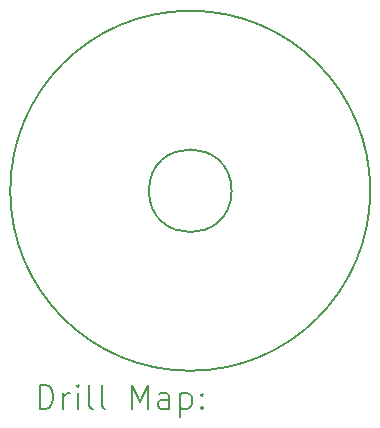
<source format=gbr>
%TF.GenerationSoftware,KiCad,Pcbnew,7.0.5-0*%
%TF.CreationDate,2023-10-10T23:50:18-04:00*%
%TF.ProjectId,batterymodule,62617474-6572-4796-9d6f-64756c652e6b,rev?*%
%TF.SameCoordinates,Original*%
%TF.FileFunction,Drillmap*%
%TF.FilePolarity,Positive*%
%FSLAX45Y45*%
G04 Gerber Fmt 4.5, Leading zero omitted, Abs format (unit mm)*
G04 Created by KiCad (PCBNEW 7.0.5-0) date 2023-10-10 23:50:18*
%MOMM*%
%LPD*%
G01*
G04 APERTURE LIST*
%ADD10C,0.200000*%
G04 APERTURE END LIST*
D10*
X14955000Y-12700000D02*
G75*
G03*
X14955000Y-12700000I-350000J0D01*
G01*
X16129000Y-12700000D02*
G75*
G03*
X16129000Y-12700000I-1524000J0D01*
G01*
X13331777Y-14545484D02*
X13331777Y-14345484D01*
X13331777Y-14345484D02*
X13379396Y-14345484D01*
X13379396Y-14345484D02*
X13407967Y-14355008D01*
X13407967Y-14355008D02*
X13427015Y-14374055D01*
X13427015Y-14374055D02*
X13436539Y-14393103D01*
X13436539Y-14393103D02*
X13446062Y-14431198D01*
X13446062Y-14431198D02*
X13446062Y-14459769D01*
X13446062Y-14459769D02*
X13436539Y-14497865D01*
X13436539Y-14497865D02*
X13427015Y-14516912D01*
X13427015Y-14516912D02*
X13407967Y-14535960D01*
X13407967Y-14535960D02*
X13379396Y-14545484D01*
X13379396Y-14545484D02*
X13331777Y-14545484D01*
X13531777Y-14545484D02*
X13531777Y-14412150D01*
X13531777Y-14450246D02*
X13541301Y-14431198D01*
X13541301Y-14431198D02*
X13550824Y-14421674D01*
X13550824Y-14421674D02*
X13569872Y-14412150D01*
X13569872Y-14412150D02*
X13588920Y-14412150D01*
X13655586Y-14545484D02*
X13655586Y-14412150D01*
X13655586Y-14345484D02*
X13646062Y-14355008D01*
X13646062Y-14355008D02*
X13655586Y-14364531D01*
X13655586Y-14364531D02*
X13665110Y-14355008D01*
X13665110Y-14355008D02*
X13655586Y-14345484D01*
X13655586Y-14345484D02*
X13655586Y-14364531D01*
X13779396Y-14545484D02*
X13760348Y-14535960D01*
X13760348Y-14535960D02*
X13750824Y-14516912D01*
X13750824Y-14516912D02*
X13750824Y-14345484D01*
X13884158Y-14545484D02*
X13865110Y-14535960D01*
X13865110Y-14535960D02*
X13855586Y-14516912D01*
X13855586Y-14516912D02*
X13855586Y-14345484D01*
X14112729Y-14545484D02*
X14112729Y-14345484D01*
X14112729Y-14345484D02*
X14179396Y-14488341D01*
X14179396Y-14488341D02*
X14246062Y-14345484D01*
X14246062Y-14345484D02*
X14246062Y-14545484D01*
X14427015Y-14545484D02*
X14427015Y-14440722D01*
X14427015Y-14440722D02*
X14417491Y-14421674D01*
X14417491Y-14421674D02*
X14398443Y-14412150D01*
X14398443Y-14412150D02*
X14360348Y-14412150D01*
X14360348Y-14412150D02*
X14341301Y-14421674D01*
X14427015Y-14535960D02*
X14407967Y-14545484D01*
X14407967Y-14545484D02*
X14360348Y-14545484D01*
X14360348Y-14545484D02*
X14341301Y-14535960D01*
X14341301Y-14535960D02*
X14331777Y-14516912D01*
X14331777Y-14516912D02*
X14331777Y-14497865D01*
X14331777Y-14497865D02*
X14341301Y-14478817D01*
X14341301Y-14478817D02*
X14360348Y-14469293D01*
X14360348Y-14469293D02*
X14407967Y-14469293D01*
X14407967Y-14469293D02*
X14427015Y-14459769D01*
X14522253Y-14412150D02*
X14522253Y-14612150D01*
X14522253Y-14421674D02*
X14541301Y-14412150D01*
X14541301Y-14412150D02*
X14579396Y-14412150D01*
X14579396Y-14412150D02*
X14598443Y-14421674D01*
X14598443Y-14421674D02*
X14607967Y-14431198D01*
X14607967Y-14431198D02*
X14617491Y-14450246D01*
X14617491Y-14450246D02*
X14617491Y-14507388D01*
X14617491Y-14507388D02*
X14607967Y-14526436D01*
X14607967Y-14526436D02*
X14598443Y-14535960D01*
X14598443Y-14535960D02*
X14579396Y-14545484D01*
X14579396Y-14545484D02*
X14541301Y-14545484D01*
X14541301Y-14545484D02*
X14522253Y-14535960D01*
X14703205Y-14526436D02*
X14712729Y-14535960D01*
X14712729Y-14535960D02*
X14703205Y-14545484D01*
X14703205Y-14545484D02*
X14693682Y-14535960D01*
X14693682Y-14535960D02*
X14703205Y-14526436D01*
X14703205Y-14526436D02*
X14703205Y-14545484D01*
X14703205Y-14421674D02*
X14712729Y-14431198D01*
X14712729Y-14431198D02*
X14703205Y-14440722D01*
X14703205Y-14440722D02*
X14693682Y-14431198D01*
X14693682Y-14431198D02*
X14703205Y-14421674D01*
X14703205Y-14421674D02*
X14703205Y-14440722D01*
M02*

</source>
